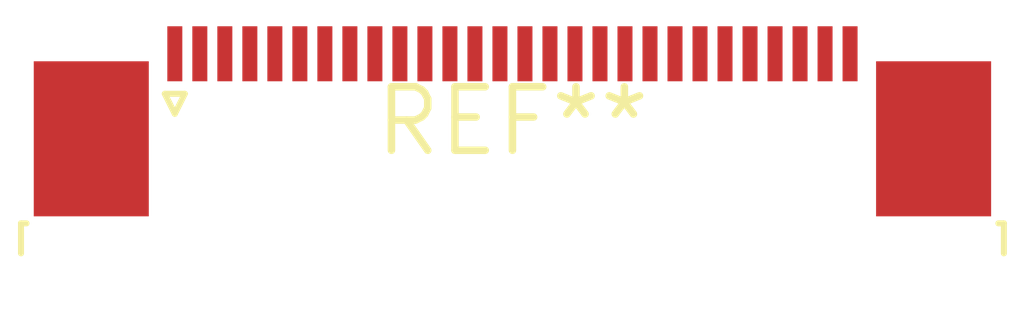
<source format=kicad_pcb>
(kicad_pcb (version 20240108) (generator pcbnew)
  (layers (0 "F.Cu" signal) (31 "B.Cu" signal) (34 "B.Paste" user) (35 "F.Paste" user) (36 "B.SilkS" user "B.Silkscreen") (37 "F.SilkS" user "F.Silkscreen") (38 "B.Mask" user) (39 "F.Mask" user) (44 "Edge.Cuts" user))
  (net 0 "")
  (footprint "TE_2-1734839-8_1x28-1MP_P0.5mm_Horizontal" (layer "F.Cu") (at 0 0)
    (property "Reference" "REF**")
    (property "Value" "PCB Edge")
    (fp_line (start -9.825 2.04) (end -9.825 2.64) (layer "F.SilkS") (stroke (width 0.12)))
    (fp_line (start -9.715 2.04) (end -9.825 2.04) (layer "F.SilkS") (stroke (width 0.12)))
    (fp_line (start -6.95 -0.55) (end -6.75 -0.15) (layer "F.SilkS") (stroke (width 0.12)))
    (fp_line (start -6.75 -0.15) (end -6.55 -0.55) (layer "F.SilkS") (stroke (width 0.12)))
    (fp_line (start -6.55 -0.55) (end -6.95 -0.55) (layer "F.SilkS") (stroke (width 0.12)))
    (fp_line (start 9.715 2.04) (end 9.825 2.04) (layer "F.SilkS") (stroke (width 0.12)))
    (fp_line (start 9.825 2.04) (end 9.825 2.64) (layer "F.SilkS") (stroke (width 0.12)))
    (pad "1" smd rect (at -6.75 -1.35) (size 0.3 1.1) (layers "F.Cu" "F.Paste" "F.Mask"))
    (pad "2" smd rect (at -6.25 -1.35) (size 0.3 1.1) (layers "F.Cu" "F.Paste" "F.Mask"))
    (pad "3" smd rect (at -5.75 -1.35) (size 0.3 1.1) (layers "F.Cu" "F.Paste" "F.Mask"))
    (pad "4" smd rect (at -5.25 -1.35) (size 0.3 1.1) (layers "F.Cu" "F.Paste" "F.Mask"))
    (pad "5" smd rect (at -4.75 -1.35) (size 0.3 1.1) (layers "F.Cu" "F.Paste" "F.Mask"))
    (pad "6" smd rect (at -4.25 -1.35) (size 0.3 1.1) (layers "F.Cu" "F.Paste" "F.Mask"))
    (pad "7" smd rect (at -3.75 -1.35) (size 0.3 1.1) (layers "F.Cu" "F.Paste" "F.Mask"))
    (pad "8" smd rect (at -3.25 -1.35) (size 0.3 1.1) (layers "F.Cu" "F.Paste" "F.Mask"))
    (pad "9" smd rect (at -2.75 -1.35) (size 0.3 1.1) (layers "F.Cu" "F.Paste" "F.Mask"))
    (pad "10" smd rect (at -2.25 -1.35) (size 0.3 1.1) (layers "F.Cu" "F.Paste" "F.Mask"))
    (pad "11" smd rect (at -1.75 -1.35) (size 0.3 1.1) (layers "F.Cu" "F.Paste" "F.Mask"))
    (pad "12" smd rect (at -1.25 -1.35) (size 0.3 1.1) (layers "F.Cu" "F.Paste" "F.Mask"))
    (pad "13" smd rect (at -0.75 -1.35) (size 0.3 1.1) (layers "F.Cu" "F.Paste" "F.Mask"))
    (pad "14" smd rect (at -0.25 -1.35) (size 0.3 1.1) (layers "F.Cu" "F.Paste" "F.Mask"))
    (pad "15" smd rect (at 0.25 -1.35) (size 0.3 1.1) (layers "F.Cu" "F.Paste" "F.Mask"))
    (pad "16" smd rect (at 0.75 -1.35) (size 0.3 1.1) (layers "F.Cu" "F.Paste" "F.Mask"))
    (pad "17" smd rect (at 1.25 -1.35) (size 0.3 1.1) (layers "F.Cu" "F.Paste" "F.Mask"))
    (pad "18" smd rect (at 1.75 -1.35) (size 0.3 1.1) (layers "F.Cu" "F.Paste" "F.Mask"))
    (pad "19" smd rect (at 2.25 -1.35) (size 0.3 1.1) (layers "F.Cu" "F.Paste" "F.Mask"))
    (pad "20" smd rect (at 2.75 -1.35) (size 0.3 1.1) (layers "F.Cu" "F.Paste" "F.Mask"))
    (pad "21" smd rect (at 3.25 -1.35) (size 0.3 1.1) (layers "F.Cu" "F.Paste" "F.Mask"))
    (pad "22" smd rect (at 3.75 -1.35) (size 0.3 1.1) (layers "F.Cu" "F.Paste" "F.Mask"))
    (pad "23" smd rect (at 4.25 -1.35) (size 0.3 1.1) (layers "F.Cu" "F.Paste" "F.Mask"))
    (pad "24" smd rect (at 4.75 -1.35) (size 0.3 1.1) (layers "F.Cu" "F.Paste" "F.Mask"))
    (pad "25" smd rect (at 5.25 -1.35) (size 0.3 1.1) (layers "F.Cu" "F.Paste" "F.Mask"))
    (pad "26" smd rect (at 5.75 -1.35) (size 0.3 1.1) (layers "F.Cu" "F.Paste" "F.Mask"))
    (pad "27" smd rect (at 6.25 -1.35) (size 0.3 1.1) (layers "F.Cu" "F.Paste" "F.Mask"))
    (pad "28" smd rect (at 6.75 -1.35) (size 0.3 1.1) (layers "F.Cu" "F.Paste" "F.Mask"))
    (pad "MP" smd rect (at -8.42 0.35) (size 2.3 3.1) (layers "F.Cu" "F.Paste" "F.Mask"))
    (pad "MP" smd rect (at 8.42 0.35) (size 2.3 3.1) (layers "F.Cu" "F.Paste" "F.Mask"))
  )
)
</source>
